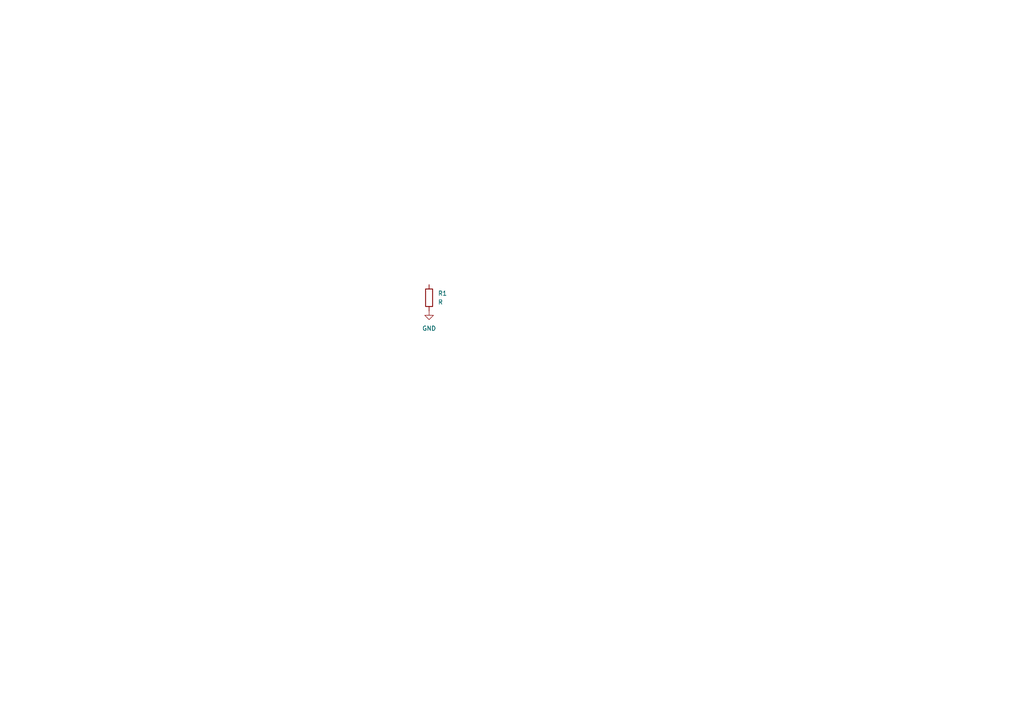
<source format=kicad_sch>
(kicad_sch (version 20211123) (generator eeschema)
  (paper "A4")
  (lib_symbols
    (symbol "Device:R" (pin_numbers hide) (pin_names (offset 0))
      (property "Reference" "R" (at 2.032 0 90))
      (property "Value" "R" (at 0 0 90))
      (symbol "R_0_1"
        (rectangle (start -1.016 -2.54) (end 1.016 2.54) (stroke (width 0.254)))
      )
      (symbol "R_1_1"
        (pin passive line (at 0 3.81 270) (length 1.27) (name "~") (number "1"))
        (pin passive line (at 0 -3.81 90) (length 1.27) (name "~") (number "2"))
      )
    )
    (symbol "power:GND" (power) (pin_names (offset 0))
      (property "Value" "GND" (at 0 -3.81 0))
      (symbol "GND_0_1"
        (polyline (pts (xy 0 0) (xy 0 -1.27) (xy 1.27 -1.27) (xy 0 -2.54) (xy -1.27 -1.27) (xy 0 -1.27)))
      )
      (symbol "GND_1_1"
        (pin power_in line (at 0 0 270) (length 0) hide (name "GND") (number "1"))
      )
    )
  )
  (symbol (lib_id "power:GND") (at 124.46 90.17 0) (unit 1)
    (property "Reference" "#PWR0101" (effects hide))
    (property "Value" "GND" (at 124.46 95.25 0))
  )
  (symbol (lib_id "Device:R") (at 124.46 86.36 0) (unit 1)
    (property "Reference" "R1" (at 127 85.0899 0) (effects (justify left)))
    (property "Value" "R" (at 127 87.6299 0) (effects (justify left)))
    (property "Footprint" "Resistor_SMD:R_1206_3216Metric" (effects hide))
  )
)
</source>
